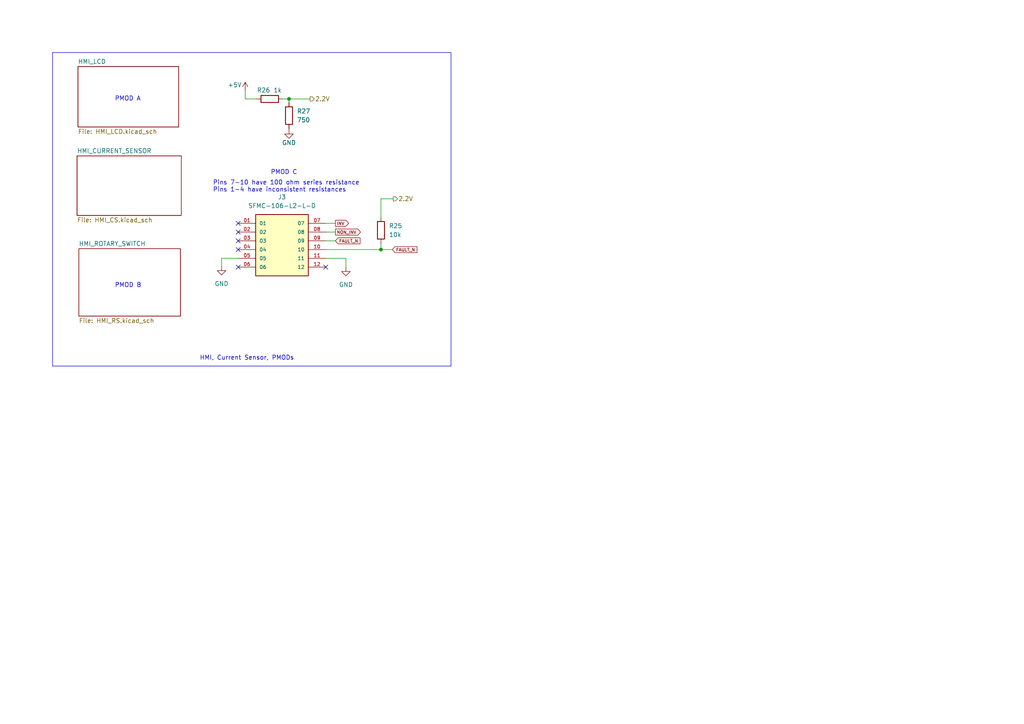
<source format=kicad_sch>
(kicad_sch (version 20230121) (generator eeschema)
  (paper "A4")
  (title_block (title "OCTA HMI") (date "2023-08-08") (rev "0"))
  (lib_symbols
    (symbol "Device:R" (pin_numbers hide) (pin_names (offset 0))
      (property "Reference" "R" (at 2.032 0 90))
      (property "Value" "R" (at 0 0 90))
      (symbol "R_0_1"
        (rectangle (start -1.016 -2.54) (end 1.016 2.54) (stroke (width 0.254)))
      )
      (symbol "R_1_1"
        (pin passive line (at 0 3.81 270) (length 1.27) (name "~") (number "1"))
        (pin passive line (at 0 -3.81 90) (length 1.27) (name "~") (number "2"))
      )
    )
    (symbol "SFMC-106-L2-L-D_1" (pin_names (offset 1.016))
      (property "Reference" "J3" (at 0 15.24 0))
      (property "Value" "PMOD C" (at 0 12.7 0))
      (symbol "SFMC-106-L2-L-D_1_0_0"
        (rectangle (start -7.62 10.16) (end 7.62 -7.62) (stroke (width 0.254)) (fill (type background)))
        (pin passive line (at -12.7 7.62 0) (length 5.08) (name "01") (number "01"))
      )
      (symbol "SFMC-106-L2-L-D_1_1_0"
        (pin passive line (at -12.7 5.08 0) (length 5.08) (name "02") (number "02"))
        (pin passive line (at -12.7 2.54 0) (length 5.08) (name "03") (number "03"))
        (pin passive line (at -12.7 0 0) (length 5.08) (name "04") (number "04"))
        (pin passive line (at -12.7 -2.54 0) (length 5.08) (name "05") (number "05"))
        (pin passive line (at -12.7 -5.08 0) (length 5.08) (name "06") (number "06"))
        (pin passive line (at 12.7 7.62 180) (length 5.08) (name "07") (number "07"))
        (pin passive line (at 12.7 5.08 180) (length 5.08) (name "08") (number "08"))
        (pin passive line (at 12.7 2.54 180) (length 5.08) (name "09") (number "09"))
        (pin passive line (at 12.7 0 180) (length 5.08) (name "10") (number "10"))
        (pin passive line (at 12.7 -2.54 180) (length 5.08) (name "11") (number "11"))
        (pin passive line (at 12.7 -5.08 180) (length 5.08) (name "12") (number "12"))
      )
    )
    (symbol "power:+5V" (power) (pin_names (offset 0))
      (property "Value" "+5V" (at 0 3.556 0))
      (symbol "+5V_0_1"
        (polyline (pts (xy -0.762 1.27) (xy 0 2.54)))
        (polyline (pts (xy 0 0) (xy 0 2.54)))
        (polyline (pts (xy 0 2.54) (xy 0.762 1.27)))
      )
      (symbol "+5V_1_1"
        (pin power_in line (at 0 0 90) (length 0) hide (name "+5V") (number "1"))
      )
    )
    (symbol "power:GND" (power) (pin_names (offset 0))
      (property "Value" "GND" (at 0 -3.81 0))
      (symbol "GND_0_1"
        (polyline (pts (xy 0 0) (xy 0 -1.27) (xy 1.27 -1.27) (xy 0 -2.54) (xy -1.27 -1.27) (xy 0 -1.27)))
      )
      (symbol "GND_1_1"
        (pin power_in line (at 0 0 270) (length 0) hide (name "GND") (number "1"))
      )
    )
  )
  (junction (at 83.82 28.702))
  (junction (at 110.49 72.39))
  (no_connect (at 69.088 77.47))
  (no_connect (at 94.488 77.47))
  (no_connect (at 69.088 72.39))
  (no_connect (at 69.088 69.85))
  (no_connect (at 69.088 67.31))
  (no_connect (at 69.088 64.77))
  (wire (pts (xy 94.488 72.39) (xy 110.49 72.39)))
  (wire (pts (xy 82.042 28.702) (xy 83.82 28.702)))
  (wire (pts (xy 110.49 72.39) (xy 110.49 70.612)))
  (wire (pts (xy 83.82 28.702) (xy 83.82 29.718)))
  (wire (pts (xy 110.49 62.992) (xy 110.49 57.658)))
  (wire (pts (xy 71.12 26.416) (xy 71.12 28.702)))
  (wire (pts (xy 100.33 74.93) (xy 100.33 77.47)))
  (wire (pts (xy 69.088 74.93) (xy 64.262 74.93)))
  (wire (pts (xy 83.82 37.338) (xy 83.82 37.592)))
  (wire (pts (xy 64.262 74.93) (xy 64.262 77.216)))
  (wire (pts (xy 94.488 74.93) (xy 100.33 74.93)))
  (wire (pts (xy 94.488 64.77) (xy 97.282 64.77)))
  (wire (pts (xy 110.49 57.658) (xy 114.046 57.658)))
  (wire (pts (xy 94.488 69.85) (xy 97.282 69.85)))
  (wire (pts (xy 110.49 72.39) (xy 113.792 72.39)))
  (wire (pts (xy 89.916 28.702) (xy 83.82 28.702)))
  (wire (pts (xy 74.422 28.702) (xy 71.12 28.702)))
  (wire (pts (xy 94.488 67.31) (xy 97.282 67.31)))
  (rectangle (start 15.24 15.24) (end 130.81 106.172))
  (text "PMOD A" (at 33.274 29.464 0) (effects (font (size 1.27 1.27)) (justify left bottom)))
  (text "HMI, Current Sensor, PMODs" (at 57.912 104.648 0) (effects (font (size 1.27 1.27)) (justify left bottom)))
  (text "PMOD C\n" (at 78.486 50.8 0) (effects (font (size 1.27 1.27)) (justify left bottom)))
  (text "PMOD B\n" (at 33.274 83.566 0) (effects (font (size 1.27 1.27)) (justify left bottom)))
  (text "Pins 7-10 have 100 ohm series resistance\nPins 1-4 have inconsistent resistances\n" (at 61.722 55.88 0) (effects (font (size 1.27 1.27)) (justify left bottom)))
  (global_label "FAULT_N" (shape input) (at 97.282 69.85 0) (effects (font (size 0.889 0.889))) (property "Intersheetrefs" "${INTERSHEET_REFS}" (effects hide)))
  (global_label "NON_INV" (shape output) (at 97.282 67.31 0) (effects (font (size 0.889 0.889))) (property "Intersheetrefs" "${INTERSHEET_REFS}" (effects hide)))
  (global_label "INV" (shape output) (at 97.282 64.77 0) (effects (font (size 0.889 0.889))) (property "Intersheetrefs" "${INTERSHEET_REFS}" (effects hide)))
  (global_label "FAULT_N" (shape input) (at 113.792 72.39 0) (effects (font (size 0.889 0.889))) (property "Intersheetrefs" "${INTERSHEET_REFS}" (effects hide)))
  (hierarchical_label "2.2V" (shape output) (at 114.046 57.658 0))
  (hierarchical_label "2.2V" (shape output) (at 89.916 28.702 0))
  (symbol (lib_id "Device:R") (at 78.232 28.702 90) (unit 1)
    (property "Reference" "R26" (at 76.454 26.162 90))
    (property "Value" "1k" (at 80.518 26.162 90))
    (property "Footprint" "Resistor_SMD:R_0603_1608Metric" (effects hide))
    (property "SEL P/N" "254-0034" (effects hide))
    (property "MFG P/N" "RN731JTTD1001F25" (effects hide))
  )
  (symbol (lib_id "Device:R") (at 83.82 33.528 180) (unit 1)
    (property "Reference" "R27" (at 86.106 32.258 0) (effects (justify right)))
    (property "Value" "750" (at 86.106 34.798 0) (effects (justify right)))
    (property "Footprint" "Resistor_SMD:R_1206_3216Metric" (effects hide))
    (property "SEL P/N" "255-7500" (effects hide))
    (property "MFG P/N" "RMCF1206FT750R" (effects hide))
  )
  (symbol (lib_id "power:GND") (at 64.262 77.216 0) (unit 1)
    (property "Reference" "#PWR025" (effects hide))
    (property "Value" "GND" (at 64.262 82.296 0))
  )
  (symbol (lib_id "power:GND") (at 100.33 77.47 0) (unit 1)
    (property "Reference" "#PWR026" (effects hide))
    (property "Value" "GND" (at 100.33 82.55 0))
  )
  (symbol (lib_id "power:GND") (at 83.82 37.592 0) (unit 1)
    (property "Reference" "#PWR021" (effects hide))
    (property "Value" "GND" (at 83.82 41.402 0))
  )
  (symbol (lib_id "Device:R") (at 110.49 66.802 180) (unit 1)
    (property "Reference" "R25" (at 112.776 65.532 0) (effects (justify right)))
    (property "Value" "10k" (at 112.776 68.072 0) (effects (justify right)))
    (property "Footprint" "Resistor_SMD:R_1206_3216Metric" (effects hide))
    (property "SEL P/N" "255-1002" (effects hide))
    (property "MFG P/N" "CRCW120610K0FKEA" (effects hide))
  )
  (symbol (lib_id "power:+5V") (at 71.12 26.416 0) (unit 1)
    (property "Reference" "#PWR02" (effects hide))
    (property "Value" "+5V" (at 68.072 24.638 0))
  )
  (symbol (lib_name "SFMC-106-L2-L-D_1") (lib_id "SFMC-106-L2-L-D:SFMC-106-L2-L-D") (at 81.788 72.39 0) (unit 1)
    (property "Reference" "J3" (at 81.788 57.15 0))
    (property "Value" "SFMC-106-L2-L-D" (at 81.788 59.69 0))
    (property "Footprint" "SAMTEC_SFMC-106-L2-L-D" (effects hide))
    (property "STANDARD" "Manufacturer Recommendations" (effects hide))
    (property "PARTREV" "R" (effects hide))
    (property "MANUFACTURER" "Samtec" (effects hide))
  )
  (sheet (at 22.86 72.136) (size 29.464 19.558) (stroke (width 0.1524))
    (property "Sheetname" "HMI_ROTARY_SWITCH" (at 22.86 71.4244 0) (effects (justify left bottom)))
    (property "Sheetfile" "HMI_RS.kicad_sch" (at 22.86 92.2786 0) (effects (justify left top)))
  )
  (sheet (at 22.352 45.212) (size 30.226 17.272) (stroke (width 0.1524))
    (property "Sheetname" "HMI_CURRENT_SENSOR" (at 22.352 44.5004 0) (effects (justify left bottom)))
    (property "Sheetfile" "HMI_CS.kicad_sch" (at 22.352 63.0686 0) (effects (justify left top)))
  )
  (sheet (at 22.606 19.304) (size 29.21 17.526) (stroke (width 0.1524))
    (property "Sheetname" "HMI_LCD" (at 22.606 18.5924 0) (effects (justify left bottom)))
    (property "Sheetfile" "HMI_LCD.kicad_sch" (at 22.606 37.4146 0) (effects (justify left top)))
  )
)
</source>
